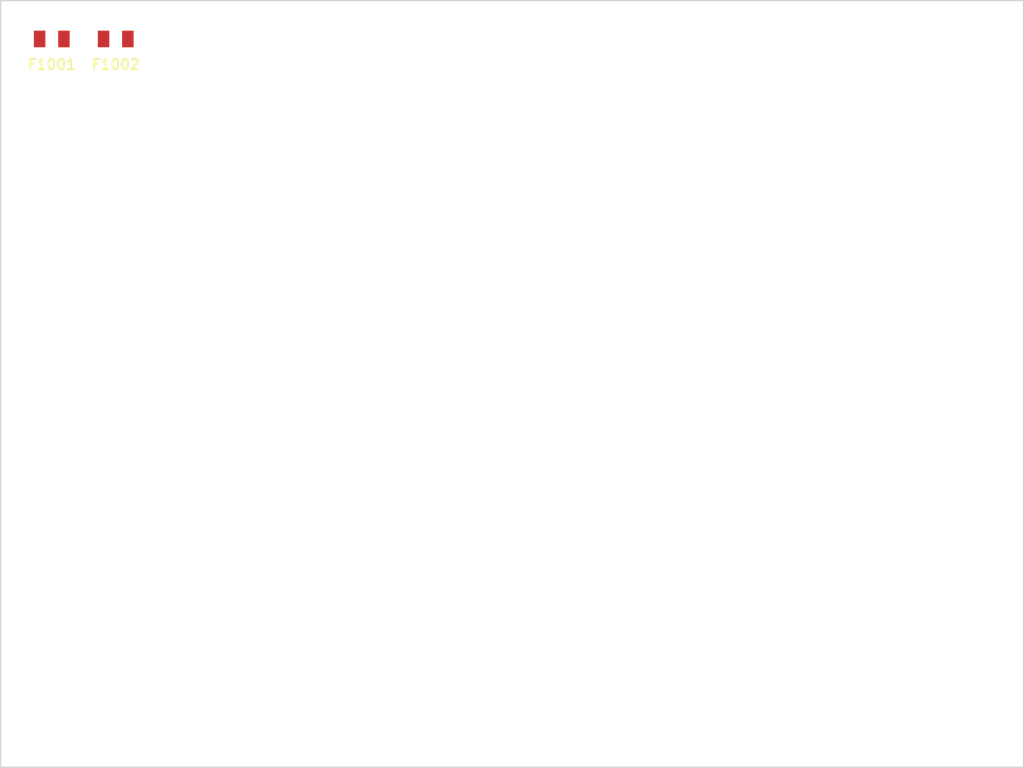
<source format=kicad_pcb>
(kicad_pcb (version 20241229) (generator "pcbnew") (generator_version "9.0")
  (title_block (title "Fuses") (date "2026-01-10") (rev "1") (comment 1 "-") (comment 2 "-"))
  (layers (0 "F.Cu" signal) (2 "B.Cu" signal) (13 "F.Paste" user) (15 "B.Paste" user) (5 "F.SilkS" user "F.Silkscreen") (7 "B.SilkS" user "B.Silkscreen") (1 "F.Mask" user) (3 "B.Mask" user) (25 "Edge.Cuts" user))
  (net 0 "")
  (footprint "lily_footprints:fuse_ptc_0805" (layer "F.Cu") (at 114 73)
    (property "Reference" "F1001" (at 0 2 0) (layer "F.SilkS") (effects (font (size 0.8 0.8) (thickness 0.16))))
    (property "Value" "0.1A/0.3A" (hide yes))
    (pad "1" smd rect (at -0.95 0) (size 0.9 1.3) (layers "F.Cu" "F.Mask" "F.Paste"))
    (pad "2" smd rect (at 0.95 0) (size 0.9 1.3) (layers "F.Cu" "F.Mask" "F.Paste"))
  )
  (footprint "lily_footprints:fuse_ptc_0805" (layer "F.Cu") (at 119 73)
    (property "Reference" "F1002" (at 0 2 0) (layer "F.SilkS") (effects (font (size 0.8 0.8) (thickness 0.16))))
    (property "Value" "0.35A/0.75A" (hide yes))
    (pad "1" smd rect (at -0.95 0) (size 0.9 1.3) (layers "F.Cu" "F.Mask" "F.Paste"))
    (pad "2" smd rect (at 0.95 0) (size 0.9 1.3) (layers "F.Cu" "F.Mask" "F.Paste"))
  )
  (gr_rect (start 110 70) (end 190 130) (stroke (width 0.1)) (fill no) (layer "Edge.Cuts"))
)
</source>
